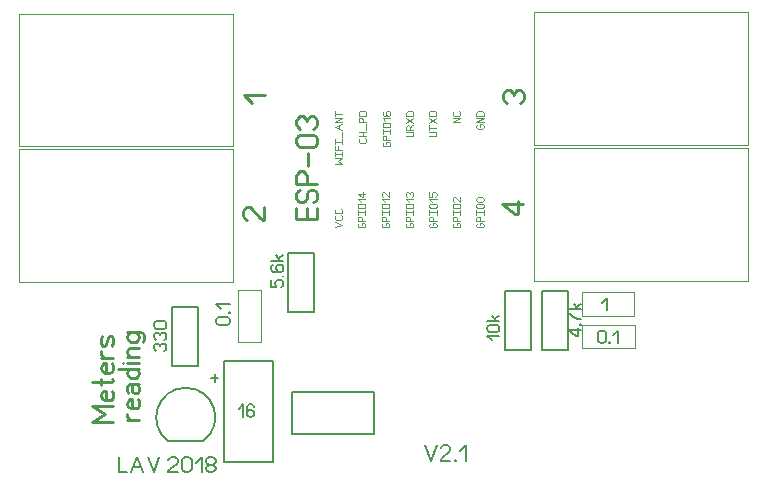
<source format=gto>
%FSLAX34Y34*%
%MOMM*%
%LNSILK_TOP*%
G71*
G01*
%ADD10C, 0.10*%
%ADD11C, 0.08*%
%ADD12C, 0.22*%
%ADD13C, 0.13*%
%ADD14C, 0.15*%
%ADD15C, 0.20*%
%ADD16C, 0.14*%
%ADD17C, 0.17*%
%LPD*%
G54D10*
X-57700Y493500D02*
X123300Y493500D01*
X123300Y381500D01*
X-57700Y381500D01*
X-57700Y493500D01*
G54D10*
X-57700Y378500D02*
X123300Y378500D01*
X123300Y266500D01*
X-57700Y266500D01*
X-57700Y378500D01*
G54D10*
X559300Y267500D02*
X378300Y267500D01*
X378300Y379500D01*
X559300Y379500D01*
X559300Y267500D01*
G54D10*
X559300Y382500D02*
X378300Y382500D01*
X378300Y494500D01*
X559300Y494500D01*
X559300Y382500D01*
G54D11*
X209677Y312475D02*
X215900Y314808D01*
X209677Y317141D01*
G54D11*
X214733Y322586D02*
X215511Y322119D01*
X215900Y321186D01*
X215900Y320253D01*
X215511Y319319D01*
X214733Y318853D01*
X210844Y318853D01*
X210066Y319319D01*
X209677Y320253D01*
X209677Y321186D01*
X210066Y322119D01*
X210844Y322586D01*
G54D11*
X214733Y328030D02*
X215511Y327563D01*
X215900Y326630D01*
X215900Y325697D01*
X215511Y324763D01*
X214733Y324297D01*
X210844Y324297D01*
X210066Y324763D01*
X209677Y325697D01*
X209677Y326630D01*
X210066Y327563D01*
X210844Y328030D01*
G54D11*
X232421Y314367D02*
X232421Y316233D01*
X234365Y316233D01*
X235143Y315767D01*
X235532Y314833D01*
X235532Y313900D01*
X235143Y312967D01*
X234365Y312500D01*
X230476Y312500D01*
X229699Y312967D01*
X229310Y313900D01*
X229310Y314833D01*
X229699Y315767D01*
X230476Y316233D01*
G54D11*
X235532Y317944D02*
X229310Y317944D01*
X229310Y320277D01*
X229699Y321211D01*
X230476Y321677D01*
X231254Y321677D01*
X232032Y321211D01*
X232421Y320277D01*
X232421Y317944D01*
G54D11*
X235532Y323388D02*
X235532Y327121D01*
G54D11*
X235532Y325255D02*
X229310Y325255D01*
G54D11*
X229310Y323388D02*
X229310Y327121D01*
G54D11*
X230476Y332565D02*
X234365Y332565D01*
X235143Y332099D01*
X235532Y331165D01*
X235532Y330232D01*
X235143Y329299D01*
X234365Y328832D01*
X230476Y328832D01*
X229699Y329299D01*
X229310Y330232D01*
X229310Y331165D01*
X229699Y332099D01*
X230476Y332565D01*
G54D11*
X231643Y334276D02*
X229310Y336609D01*
X235532Y336609D01*
G54D11*
X235532Y341120D02*
X229310Y341120D01*
X233199Y338320D01*
X233976Y338320D01*
X233976Y342053D01*
G54D11*
X252766Y314367D02*
X252766Y316233D01*
X254711Y316233D01*
X255488Y315767D01*
X255877Y314833D01*
X255877Y313900D01*
X255488Y312967D01*
X254711Y312500D01*
X250822Y312500D01*
X250044Y312967D01*
X249655Y313900D01*
X249655Y314833D01*
X250044Y315767D01*
X250822Y316233D01*
G54D11*
X255877Y317944D02*
X249655Y317944D01*
X249655Y320277D01*
X250044Y321211D01*
X250822Y321677D01*
X251599Y321677D01*
X252377Y321211D01*
X252766Y320277D01*
X252766Y317944D01*
G54D11*
X255877Y323388D02*
X255877Y327121D01*
G54D11*
X255877Y325255D02*
X249655Y325255D01*
G54D11*
X249655Y323388D02*
X249655Y327121D01*
G54D11*
X250822Y332565D02*
X254711Y332565D01*
X255488Y332099D01*
X255877Y331165D01*
X255877Y330232D01*
X255488Y329299D01*
X254711Y328832D01*
X250822Y328832D01*
X250044Y329299D01*
X249655Y330232D01*
X249655Y331165D01*
X250044Y332099D01*
X250822Y332565D01*
G54D11*
X251988Y334276D02*
X249655Y336609D01*
X255877Y336609D01*
G54D11*
X255877Y342053D02*
X255877Y338320D01*
X255488Y338320D01*
X254711Y338787D01*
X252377Y341587D01*
X251599Y342053D01*
X250822Y342053D01*
X250044Y341587D01*
X249655Y340653D01*
X249655Y339720D01*
X250044Y338787D01*
X250822Y338320D01*
G54D11*
X273111Y314367D02*
X273111Y316233D01*
X275056Y316233D01*
X275833Y315767D01*
X276222Y314833D01*
X276222Y313900D01*
X275833Y312967D01*
X275056Y312500D01*
X271167Y312500D01*
X270389Y312967D01*
X270000Y313900D01*
X270000Y314833D01*
X270389Y315767D01*
X271167Y316233D01*
G54D11*
X276222Y317944D02*
X270000Y317944D01*
X270000Y320277D01*
X270389Y321211D01*
X271167Y321677D01*
X271945Y321677D01*
X272722Y321211D01*
X273111Y320277D01*
X273111Y317944D01*
G54D11*
X276222Y323388D02*
X276222Y327121D01*
G54D11*
X276222Y325255D02*
X270000Y325255D01*
G54D11*
X270000Y323388D02*
X270000Y327121D01*
G54D11*
X271167Y332565D02*
X275056Y332565D01*
X275833Y332099D01*
X276222Y331165D01*
X276222Y330232D01*
X275833Y329299D01*
X275056Y328832D01*
X271167Y328832D01*
X270389Y329299D01*
X270000Y330232D01*
X270000Y331165D01*
X270389Y332099D01*
X271167Y332565D01*
G54D11*
X272333Y334276D02*
X270000Y336609D01*
X276222Y336609D01*
G54D11*
X271167Y338320D02*
X270389Y338787D01*
X270000Y339720D01*
X270000Y340653D01*
X270389Y341587D01*
X271167Y342053D01*
X271945Y342053D01*
X272722Y341587D01*
X273111Y340653D01*
X273500Y341587D01*
X274278Y342053D01*
X275056Y342053D01*
X275833Y341587D01*
X276222Y340653D01*
X276222Y339720D01*
X275833Y338787D01*
X275056Y338320D01*
G54D11*
X292889Y314367D02*
X292889Y316233D01*
X294833Y316233D01*
X295611Y315767D01*
X296000Y314833D01*
X296000Y313900D01*
X295611Y312967D01*
X294833Y312500D01*
X290944Y312500D01*
X290167Y312967D01*
X289778Y313900D01*
X289778Y314833D01*
X290167Y315767D01*
X290944Y316233D01*
G54D11*
X296000Y317944D02*
X289778Y317944D01*
X289778Y320277D01*
X290167Y321211D01*
X290944Y321677D01*
X291722Y321677D01*
X292500Y321211D01*
X292889Y320277D01*
X292889Y317944D01*
G54D11*
X296000Y323388D02*
X296000Y327121D01*
G54D11*
X296000Y325255D02*
X289778Y325255D01*
G54D11*
X289778Y323388D02*
X289778Y327121D01*
G54D11*
X290944Y332565D02*
X294833Y332565D01*
X295611Y332099D01*
X296000Y331165D01*
X296000Y330232D01*
X295611Y329299D01*
X294833Y328832D01*
X290944Y328832D01*
X290167Y329299D01*
X289778Y330232D01*
X289778Y331165D01*
X290167Y332099D01*
X290944Y332565D01*
G54D11*
X292111Y334276D02*
X289778Y336609D01*
X296000Y336609D01*
G54D11*
X289778Y342053D02*
X289778Y338320D01*
X292500Y338320D01*
X292500Y338787D01*
X292111Y339720D01*
X292111Y340653D01*
X292500Y341587D01*
X293278Y342053D01*
X294833Y342053D01*
X295611Y341587D01*
X296000Y340653D01*
X296000Y339720D01*
X295611Y338787D01*
X294833Y338320D01*
G54D11*
X312889Y314367D02*
X312889Y316233D01*
X314833Y316233D01*
X315611Y315767D01*
X316000Y314833D01*
X316000Y313900D01*
X315611Y312967D01*
X314833Y312500D01*
X310944Y312500D01*
X310167Y312967D01*
X309778Y313900D01*
X309778Y314833D01*
X310167Y315767D01*
X310944Y316233D01*
G54D11*
X316000Y317944D02*
X309778Y317944D01*
X309778Y320277D01*
X310167Y321211D01*
X310944Y321677D01*
X311722Y321677D01*
X312500Y321211D01*
X312889Y320277D01*
X312889Y317944D01*
G54D11*
X316000Y323388D02*
X316000Y327121D01*
G54D11*
X316000Y325255D02*
X309778Y325255D01*
G54D11*
X309778Y323388D02*
X309778Y327121D01*
G54D11*
X310944Y332565D02*
X314833Y332565D01*
X315611Y332099D01*
X316000Y331165D01*
X316000Y330232D01*
X315611Y329299D01*
X314833Y328832D01*
X310944Y328832D01*
X310167Y329299D01*
X309778Y330232D01*
X309778Y331165D01*
X310167Y332099D01*
X310944Y332565D01*
G54D11*
X316000Y338009D02*
X316000Y334276D01*
X315611Y334276D01*
X314833Y334743D01*
X312500Y337543D01*
X311722Y338009D01*
X310944Y338009D01*
X310167Y337543D01*
X309778Y336609D01*
X309778Y335676D01*
X310167Y334743D01*
X310944Y334276D01*
G54D11*
X332889Y314367D02*
X332889Y316233D01*
X334833Y316233D01*
X335611Y315767D01*
X336000Y314833D01*
X336000Y313900D01*
X335611Y312967D01*
X334833Y312500D01*
X330944Y312500D01*
X330167Y312967D01*
X329778Y313900D01*
X329778Y314833D01*
X330167Y315767D01*
X330944Y316233D01*
G54D11*
X336000Y317944D02*
X329778Y317944D01*
X329778Y320277D01*
X330167Y321211D01*
X330944Y321677D01*
X331722Y321677D01*
X332500Y321211D01*
X332889Y320277D01*
X332889Y317944D01*
G54D11*
X336000Y323388D02*
X336000Y327121D01*
G54D11*
X336000Y325255D02*
X329778Y325255D01*
G54D11*
X329778Y323388D02*
X329778Y327121D01*
G54D11*
X330944Y332565D02*
X334833Y332565D01*
X335611Y332099D01*
X336000Y331165D01*
X336000Y330232D01*
X335611Y329299D01*
X334833Y328832D01*
X330944Y328832D01*
X330167Y329299D01*
X329778Y330232D01*
X329778Y331165D01*
X330167Y332099D01*
X330944Y332565D01*
G54D11*
X330944Y338009D02*
X334833Y338009D01*
X335611Y337543D01*
X336000Y336609D01*
X336000Y335676D01*
X335611Y334743D01*
X334833Y334276D01*
X330944Y334276D01*
X330167Y334743D01*
X329778Y335676D01*
X329778Y336609D01*
X330167Y337543D01*
X330944Y338009D01*
G54D11*
X209778Y366500D02*
X216000Y366500D01*
X212111Y368833D01*
X216000Y371167D01*
X209778Y371167D01*
G54D11*
X216000Y372878D02*
X216000Y376611D01*
G54D11*
X216000Y374745D02*
X209778Y374745D01*
G54D11*
X209778Y372878D02*
X209778Y376611D01*
G54D11*
X216000Y378322D02*
X209778Y378322D01*
X209778Y381589D01*
G54D11*
X212889Y378322D02*
X212889Y381589D01*
G54D11*
X216000Y383300D02*
X216000Y387033D01*
G54D11*
X216000Y385167D02*
X209778Y385167D01*
G54D11*
X209778Y383300D02*
X209778Y387033D01*
G54D11*
X216000Y388744D02*
X216000Y393411D01*
G54D11*
X216000Y395122D02*
X209778Y397455D01*
X216000Y399789D01*
G54D11*
X213667Y396055D02*
X213667Y398855D01*
G54D11*
X216000Y401500D02*
X209778Y401500D01*
X216000Y405233D01*
X209778Y405233D01*
G54D11*
X216000Y408811D02*
X209778Y408811D01*
G54D11*
X209778Y406944D02*
X209778Y410677D01*
G54D11*
X235264Y387915D02*
X236041Y387448D01*
X236430Y386515D01*
X236430Y385582D01*
X236041Y384648D01*
X235264Y384182D01*
X231375Y384182D01*
X230597Y384648D01*
X230208Y385582D01*
X230208Y386515D01*
X230597Y387448D01*
X231375Y387915D01*
G54D11*
X236430Y389626D02*
X230208Y389626D01*
G54D11*
X236430Y393359D02*
X230208Y393359D01*
G54D11*
X233319Y389626D02*
X233319Y393359D01*
G54D11*
X236430Y395070D02*
X236430Y399736D01*
G54D11*
X236430Y401448D02*
X230208Y401448D01*
X230208Y403781D01*
X230597Y404714D01*
X231375Y405181D01*
X232153Y405181D01*
X232930Y404714D01*
X233319Y403781D01*
X233319Y401448D01*
G54D11*
X236430Y406892D02*
X230208Y406892D01*
X230208Y409225D01*
X230597Y410158D01*
X231375Y410625D01*
X235264Y410625D01*
X236041Y410158D01*
X236430Y409225D01*
X236430Y406892D01*
G54D11*
X253479Y382938D02*
X253479Y384805D01*
X255423Y384805D01*
X256201Y384338D01*
X256590Y383405D01*
X256590Y382472D01*
X256201Y381538D01*
X255423Y381072D01*
X251534Y381072D01*
X250757Y381538D01*
X250368Y382472D01*
X250368Y383405D01*
X250757Y384338D01*
X251534Y384805D01*
G54D11*
X256590Y386516D02*
X250368Y386516D01*
X250368Y388849D01*
X250757Y389782D01*
X251534Y390249D01*
X252312Y390249D01*
X253090Y389782D01*
X253479Y388849D01*
X253479Y386516D01*
G54D11*
X256590Y391960D02*
X256590Y395693D01*
G54D11*
X256590Y393826D02*
X250368Y393826D01*
G54D11*
X250368Y391960D02*
X250368Y395693D01*
G54D11*
X251534Y401137D02*
X255423Y401137D01*
X256201Y400670D01*
X256590Y399737D01*
X256590Y398804D01*
X256201Y397870D01*
X255423Y397404D01*
X251534Y397404D01*
X250757Y397870D01*
X250368Y398804D01*
X250368Y399737D01*
X250757Y400670D01*
X251534Y401137D01*
G54D11*
X252701Y402848D02*
X250368Y405181D01*
X256590Y405181D01*
G54D11*
X251534Y410625D02*
X250757Y410158D01*
X250368Y409225D01*
X250368Y408292D01*
X250757Y407358D01*
X251534Y406892D01*
X253479Y406892D01*
X253868Y406892D01*
X253090Y408292D01*
X253090Y409225D01*
X253479Y410158D01*
X254257Y410625D01*
X255423Y410625D01*
X256201Y410158D01*
X256590Y409225D01*
X256590Y408292D01*
X256201Y407358D01*
X255423Y406892D01*
X253479Y406892D01*
G54D11*
X270209Y389626D02*
X275264Y389626D01*
X276042Y390093D01*
X276431Y391026D01*
X276431Y391959D01*
X276042Y392893D01*
X275264Y393359D01*
X270209Y393359D01*
G54D11*
X273320Y396937D02*
X274098Y398337D01*
X274875Y398803D01*
X276431Y398803D01*
G54D11*
X276431Y395070D02*
X270209Y395070D01*
X270209Y397403D01*
X270598Y398337D01*
X271375Y398803D01*
X272153Y398803D01*
X272931Y398337D01*
X273320Y397403D01*
X273320Y395070D01*
G54D11*
X270209Y400514D02*
X276431Y405181D01*
G54D11*
X276431Y400514D02*
X270209Y405181D01*
G54D11*
X276431Y406892D02*
X270209Y406892D01*
X270209Y409225D01*
X270598Y410159D01*
X271375Y410625D01*
X275264Y410625D01*
X276042Y410159D01*
X276431Y409225D01*
X276431Y406892D01*
G54D11*
X289461Y389626D02*
X294516Y389626D01*
X295294Y390093D01*
X295683Y391026D01*
X295683Y391959D01*
X295294Y392893D01*
X294516Y393359D01*
X289461Y393359D01*
G54D11*
X295683Y396937D02*
X289461Y396937D01*
G54D11*
X289461Y395070D02*
X289461Y398803D01*
G54D11*
X289461Y400514D02*
X295683Y405181D01*
G54D11*
X295683Y400514D02*
X289461Y405181D01*
G54D11*
X295683Y406892D02*
X289461Y406892D01*
X289461Y409225D01*
X289849Y410159D01*
X290627Y410625D01*
X294516Y410625D01*
X295294Y410159D01*
X295683Y409225D01*
X295683Y406892D01*
G54D11*
X316122Y401497D02*
X309900Y401497D01*
X316122Y405230D01*
X309900Y405230D01*
G54D11*
X314955Y410674D02*
X315733Y410208D01*
X316122Y409274D01*
X316122Y408341D01*
X315733Y407408D01*
X314955Y406941D01*
X311067Y406941D01*
X310289Y407408D01*
X309900Y408341D01*
X309900Y409274D01*
X310289Y410208D01*
X311067Y410674D01*
G54D11*
X332889Y397871D02*
X332889Y399737D01*
X334833Y399737D01*
X335611Y399271D01*
X336000Y398337D01*
X336000Y397404D01*
X335611Y396471D01*
X334833Y396004D01*
X330944Y396004D01*
X330167Y396471D01*
X329778Y397404D01*
X329778Y398337D01*
X330167Y399271D01*
X330944Y399737D01*
G54D11*
X336000Y401448D02*
X329778Y401448D01*
X336000Y405181D01*
X329778Y405181D01*
G54D11*
X336000Y406892D02*
X329778Y406892D01*
X329778Y409225D01*
X330167Y410159D01*
X330944Y410625D01*
X334833Y410625D01*
X335611Y410159D01*
X336000Y409225D01*
X336000Y406892D01*
G54D12*
X195000Y328833D02*
X195000Y319500D01*
X177222Y319500D01*
X177222Y328833D01*
G54D12*
X186111Y319500D02*
X186111Y328833D01*
G54D12*
X191667Y333722D02*
X193889Y335055D01*
X195000Y337722D01*
X195000Y340389D01*
X193889Y343055D01*
X191667Y344389D01*
X189444Y344389D01*
X187222Y343055D01*
X186111Y340389D01*
X186111Y337722D01*
X185000Y335055D01*
X182778Y333722D01*
X180556Y333722D01*
X178333Y335055D01*
X177222Y337722D01*
X177222Y340389D01*
X178333Y343055D01*
X180556Y344389D01*
G54D12*
X195000Y349278D02*
X177222Y349278D01*
X177222Y355945D01*
X178333Y358611D01*
X180556Y359945D01*
X182778Y359945D01*
X185000Y358611D01*
X186111Y355945D01*
X186111Y349278D01*
G54D12*
X187222Y364834D02*
X187222Y375501D01*
G54D12*
X180556Y391057D02*
X191667Y391057D01*
X193889Y389723D01*
X195000Y387057D01*
X195000Y384390D01*
X193889Y381723D01*
X191667Y380390D01*
X180556Y380390D01*
X178333Y381723D01*
X177222Y384390D01*
X177222Y387057D01*
X178333Y389723D01*
X180556Y391057D01*
G54D12*
X180556Y395946D02*
X178333Y397279D01*
X177222Y399946D01*
X177222Y402613D01*
X178333Y405279D01*
X180556Y406613D01*
X182778Y406613D01*
X185000Y405279D01*
X186111Y402613D01*
X187222Y405279D01*
X189444Y406613D01*
X191667Y406613D01*
X193889Y405279D01*
X195000Y402613D01*
X195000Y399946D01*
X193889Y397279D01*
X191667Y395946D01*
G54D10*
X463505Y237750D02*
X419105Y237750D01*
X419105Y257750D01*
X463505Y257750D01*
X463505Y237750D01*
G54D13*
X436455Y248867D02*
X440455Y252867D01*
X440455Y242200D01*
G54D10*
X463805Y210050D02*
X419405Y210050D01*
X419405Y230050D01*
X463805Y230050D01*
X463805Y210050D01*
G54D13*
X439155Y223167D02*
X439155Y216500D01*
X438355Y215167D01*
X436755Y214500D01*
X435155Y214500D01*
X433555Y215167D01*
X432755Y216500D01*
X432755Y223167D01*
X433555Y224500D01*
X435155Y225167D01*
X436755Y225167D01*
X438355Y224500D01*
X439155Y223167D01*
G54D13*
X442728Y214500D02*
X442088Y214500D01*
X442088Y215033D01*
X442728Y215033D01*
X442728Y214500D01*
X442088Y214500D01*
G54D13*
X445661Y221167D02*
X449661Y225167D01*
X449661Y214500D01*
G54D14*
X170000Y291000D02*
X192000Y291000D01*
X192000Y241000D01*
X170000Y241000D01*
X170000Y291000D01*
G54D13*
X155583Y268150D02*
X155583Y261750D01*
X160250Y261750D01*
X160250Y262550D01*
X159583Y264150D01*
X159583Y265750D01*
X160250Y267350D01*
X161583Y268150D01*
X164250Y268150D01*
X165583Y267350D01*
X166250Y265750D01*
X166250Y264150D01*
X165583Y262550D01*
X164250Y261750D01*
G54D13*
X166250Y271723D02*
X166250Y271083D01*
X165717Y271083D01*
X165717Y271723D01*
X166250Y271723D01*
X166250Y271083D01*
G54D13*
X157583Y281056D02*
X156250Y280256D01*
X155583Y278656D01*
X155583Y277056D01*
X156250Y275456D01*
X157583Y274656D01*
X160917Y274656D01*
X161583Y274656D01*
X160250Y277056D01*
X160250Y278656D01*
X160917Y280256D01*
X162250Y281056D01*
X164250Y281056D01*
X165583Y280256D01*
X166250Y278656D01*
X166250Y277056D01*
X165583Y275456D01*
X164250Y274656D01*
X160917Y274656D01*
G54D13*
X166250Y283989D02*
X155583Y283989D01*
G54D13*
X162250Y286389D02*
X166250Y288789D01*
G54D13*
X163583Y283989D02*
X160250Y288789D01*
G54D14*
X385000Y259000D02*
X407000Y259000D01*
X407000Y209000D01*
X385000Y209000D01*
X385000Y259000D01*
G54D13*
X418250Y225550D02*
X407583Y225550D01*
X414250Y220750D01*
X415583Y220750D01*
X415583Y227150D01*
G54D13*
X418250Y230723D02*
X418250Y230083D01*
X417717Y230083D01*
X417717Y230723D01*
X418250Y230723D01*
X418250Y230083D01*
G54D13*
X407583Y233656D02*
X407583Y240056D01*
X408917Y239256D01*
X410917Y237656D01*
X413583Y236056D01*
X415583Y235256D01*
X418250Y235256D01*
G54D13*
X418250Y242989D02*
X407583Y242989D01*
G54D13*
X414250Y245389D02*
X418250Y247789D01*
G54D13*
X415583Y242989D02*
X412250Y247789D01*
G54D14*
X354000Y259000D02*
X376000Y259000D01*
X376000Y209000D01*
X354000Y209000D01*
X354000Y259000D01*
G54D13*
X342583Y216750D02*
X338583Y220750D01*
X349250Y220750D01*
G54D13*
X340583Y230083D02*
X347250Y230083D01*
X348583Y229283D01*
X349250Y227683D01*
X349250Y226083D01*
X348583Y224483D01*
X347250Y223683D01*
X340583Y223683D01*
X339250Y224483D01*
X338583Y226083D01*
X338583Y227683D01*
X339250Y229283D01*
X340583Y230083D01*
G54D13*
X349250Y233016D02*
X338583Y233016D01*
G54D13*
X345250Y235416D02*
X349250Y237816D01*
G54D13*
X346583Y233016D02*
X343250Y237816D01*
G54D14*
X157194Y199272D02*
X116194Y199272D01*
X116194Y113472D01*
X157194Y113472D01*
X157194Y199272D01*
G54D13*
X128340Y158689D02*
X132340Y162689D01*
X132340Y152022D01*
G54D13*
X141673Y160689D02*
X140873Y162022D01*
X139273Y162689D01*
X137673Y162689D01*
X136073Y162022D01*
X135273Y160689D01*
X135273Y157355D01*
X135273Y156689D01*
X137673Y158022D01*
X139273Y158022D01*
X140873Y157355D01*
X141673Y156022D01*
X141673Y154022D01*
X140873Y152689D01*
X139273Y152022D01*
X137673Y152022D01*
X136073Y152689D01*
X135273Y154022D01*
X135273Y157355D01*
G54D14*
X108120Y188048D02*
X108120Y181698D01*
G54D14*
X104944Y184872D02*
X111294Y184872D01*
G54D15*
X173545Y173352D02*
X243066Y173286D01*
X243075Y137709D01*
X173545Y137752D01*
X173545Y173352D01*
G54D10*
X147494Y259677D02*
X147494Y215277D01*
X127494Y215277D01*
X127494Y259677D01*
X147494Y259677D01*
G54D16*
X111655Y236560D02*
X118878Y236560D01*
X120322Y235694D01*
X121044Y233960D01*
X121044Y232227D01*
X120322Y230494D01*
X118878Y229627D01*
X111655Y229627D01*
X110211Y230494D01*
X109489Y232227D01*
X109489Y233960D01*
X110211Y235694D01*
X111655Y236560D01*
G54D16*
X121044Y240431D02*
X121044Y239738D01*
X120466Y239738D01*
X120466Y240431D01*
X121044Y240431D01*
X121044Y239738D01*
G54D16*
X113822Y243609D02*
X109489Y247942D01*
X121044Y247942D01*
G54D15*
G75*
G01X98295Y131475D02*
G03X68905Y131475I-14695J20225D01*
G01*
G54D15*
X69314Y131486D02*
X97914Y131486D01*
G54D14*
X72000Y245000D02*
X94000Y245000D01*
X94000Y195000D01*
X72000Y195000D01*
X72000Y245000D01*
G54D13*
X58583Y207750D02*
X57250Y208550D01*
X56583Y210150D01*
X56583Y211750D01*
X57250Y213350D01*
X58583Y214150D01*
X59917Y214150D01*
X61250Y213350D01*
X61917Y211750D01*
X62583Y213350D01*
X63917Y214150D01*
X65250Y214150D01*
X66583Y213350D01*
X67250Y211750D01*
X67250Y210150D01*
X66583Y208550D01*
X65250Y207750D01*
G54D13*
X58583Y217083D02*
X57250Y217883D01*
X56583Y219483D01*
X56583Y221083D01*
X57250Y222683D01*
X58583Y223483D01*
X59917Y223483D01*
X61250Y222683D01*
X61917Y221083D01*
X62583Y222683D01*
X63917Y223483D01*
X65250Y223483D01*
X66583Y222683D01*
X67250Y221083D01*
X67250Y219483D01*
X66583Y217883D01*
X65250Y217083D01*
G54D13*
X58583Y232816D02*
X65250Y232816D01*
X66583Y232016D01*
X67250Y230416D01*
X67250Y228816D01*
X66583Y227216D01*
X65250Y226416D01*
X58583Y226416D01*
X57250Y227216D01*
X56583Y228816D01*
X56583Y230416D01*
X57250Y232016D01*
X58583Y232816D01*
G54D12*
X22000Y148000D02*
X4222Y148000D01*
X15333Y154667D01*
X4222Y161333D01*
X22000Y161333D01*
G54D12*
X20889Y174222D02*
X22000Y172089D01*
X22000Y169422D01*
X20889Y166755D01*
X18667Y166222D01*
X14889Y166222D01*
X12667Y167555D01*
X12000Y170222D01*
X12667Y172889D01*
X14222Y174222D01*
X16444Y174222D01*
X16444Y166222D01*
G54D12*
X4222Y181778D02*
X20889Y181778D01*
X22000Y183111D01*
X21556Y184444D01*
G54D12*
X12000Y179111D02*
X12000Y184444D01*
G54D12*
X20889Y197333D02*
X22000Y195200D01*
X22000Y192533D01*
X20889Y189866D01*
X18667Y189333D01*
X14889Y189333D01*
X12667Y190666D01*
X12000Y193333D01*
X12667Y196000D01*
X14222Y197333D01*
X16444Y197333D01*
X16444Y189333D01*
G54D12*
X22000Y202222D02*
X12000Y202222D01*
G54D12*
X14222Y202222D02*
X12000Y204889D01*
X12000Y207555D01*
G54D12*
X20889Y212444D02*
X22000Y215111D01*
X22000Y217777D01*
X20889Y220444D01*
X18667Y220444D01*
X17556Y219111D01*
X16444Y213777D01*
X15333Y212444D01*
X13111Y212444D01*
X12000Y215111D01*
X12000Y217777D01*
X13111Y220444D01*
G54D12*
X44000Y149000D02*
X34000Y149000D01*
G54D12*
X36222Y149000D02*
X34000Y151667D01*
X34000Y154333D01*
G54D12*
X42889Y167222D02*
X44000Y165089D01*
X44000Y162422D01*
X42889Y159755D01*
X40667Y159222D01*
X36889Y159222D01*
X34667Y160555D01*
X34000Y163222D01*
X34667Y165889D01*
X36222Y167222D01*
X38444Y167222D01*
X38444Y159222D01*
G54D12*
X35111Y172111D02*
X34000Y174778D01*
X34000Y177978D01*
X36222Y180111D01*
X44000Y180111D01*
G54D12*
X40667Y180111D02*
X38444Y178778D01*
X38000Y176111D01*
X38444Y173444D01*
X40667Y172111D01*
X42889Y172644D01*
X44000Y174778D01*
X44000Y176111D01*
X44000Y176644D01*
X42889Y178778D01*
X40667Y180111D01*
G54D12*
X44000Y193000D02*
X26222Y193000D01*
G54D12*
X36889Y193000D02*
X34667Y191667D01*
X34000Y189000D01*
X34667Y186333D01*
X36889Y185000D01*
X41333Y185000D01*
X43556Y186333D01*
X44000Y189000D01*
X43556Y191667D01*
X41333Y193000D01*
G54D12*
X44000Y197889D02*
X34000Y197889D01*
G54D12*
X30667Y197889D02*
X30667Y197889D01*
G54D12*
X44000Y202778D02*
X34000Y202778D01*
G54D12*
X36222Y202778D02*
X34667Y204111D01*
X34000Y206778D01*
X34667Y209445D01*
X36222Y210778D01*
X44000Y210778D01*
G54D12*
X47333Y215667D02*
X48444Y218334D01*
X48444Y220200D01*
X47333Y222867D01*
X45111Y223667D01*
X34000Y223667D01*
G54D12*
X36889Y223667D02*
X34667Y222334D01*
X34000Y219667D01*
X34667Y217000D01*
X36889Y215667D01*
X41333Y215667D01*
X43556Y217000D01*
X44000Y219667D01*
X43556Y222334D01*
X41333Y223667D01*
G54D17*
X27000Y118333D02*
X27000Y105000D01*
X34000Y105000D01*
G54D17*
X37667Y105000D02*
X42667Y118333D01*
X47667Y105000D01*
G54D17*
X39667Y110000D02*
X45667Y110000D01*
G54D17*
X51334Y118333D02*
X56334Y105000D01*
X61334Y118333D01*
G54D17*
X76868Y105000D02*
X68868Y105000D01*
X68868Y105833D01*
X69868Y107500D01*
X75868Y112500D01*
X76868Y114167D01*
X76868Y115833D01*
X75868Y117500D01*
X73868Y118333D01*
X71868Y118333D01*
X69868Y117500D01*
X68868Y115833D01*
G54D17*
X88535Y115833D02*
X88535Y107500D01*
X87535Y105833D01*
X85535Y105000D01*
X83535Y105000D01*
X81535Y105833D01*
X80535Y107500D01*
X80535Y115833D01*
X81535Y117500D01*
X83535Y118333D01*
X85535Y118333D01*
X87535Y117500D01*
X88535Y115833D01*
G54D17*
X92202Y113333D02*
X97202Y118333D01*
X97202Y105000D01*
G54D17*
X105869Y111667D02*
X103869Y111667D01*
X101869Y112500D01*
X100869Y114167D01*
X100869Y115833D01*
X101869Y117500D01*
X103869Y118333D01*
X105869Y118333D01*
X107869Y117500D01*
X108869Y115833D01*
X108869Y114167D01*
X107869Y112500D01*
X105869Y111667D01*
X107869Y110833D01*
X108869Y109167D01*
X108869Y107500D01*
X107869Y105833D01*
X105869Y105000D01*
X103869Y105000D01*
X101869Y105833D01*
X100869Y107500D01*
X100869Y109167D01*
X101869Y110833D01*
X103869Y111667D01*
G54D17*
X286000Y128333D02*
X291000Y115000D01*
X296000Y128333D01*
G54D17*
X307667Y115000D02*
X299667Y115000D01*
X299667Y115833D01*
X300667Y117500D01*
X306667Y122500D01*
X307667Y124167D01*
X307667Y125833D01*
X306667Y127500D01*
X304667Y128333D01*
X302667Y128333D01*
X300667Y127500D01*
X299667Y125833D01*
G54D17*
X312134Y115000D02*
X311334Y115000D01*
X311334Y115667D01*
X312134Y115667D01*
X312134Y115000D01*
X311334Y115000D01*
G54D17*
X315801Y123333D02*
X320801Y128333D01*
X320801Y115000D01*
G54D12*
X139889Y418000D02*
X133222Y424667D01*
X151000Y424667D01*
G54D12*
X150000Y329667D02*
X150000Y319000D01*
X148889Y319000D01*
X146667Y320333D01*
X140000Y328333D01*
X137778Y329667D01*
X135556Y329667D01*
X133333Y328333D01*
X132222Y325667D01*
X132222Y323000D01*
X133333Y320333D01*
X135556Y319000D01*
G54D12*
X355556Y418000D02*
X353333Y419333D01*
X352222Y422000D01*
X352222Y424667D01*
X353333Y427333D01*
X355556Y428667D01*
X357778Y428667D01*
X360000Y427333D01*
X361111Y424667D01*
X362222Y427333D01*
X364444Y428667D01*
X366667Y428667D01*
X368889Y427333D01*
X370000Y424667D01*
X370000Y422000D01*
X368889Y419333D01*
X366667Y418000D01*
G54D12*
X369000Y332000D02*
X351222Y332000D01*
X362333Y324000D01*
X364556Y324000D01*
X364556Y334667D01*
M02*

</source>
